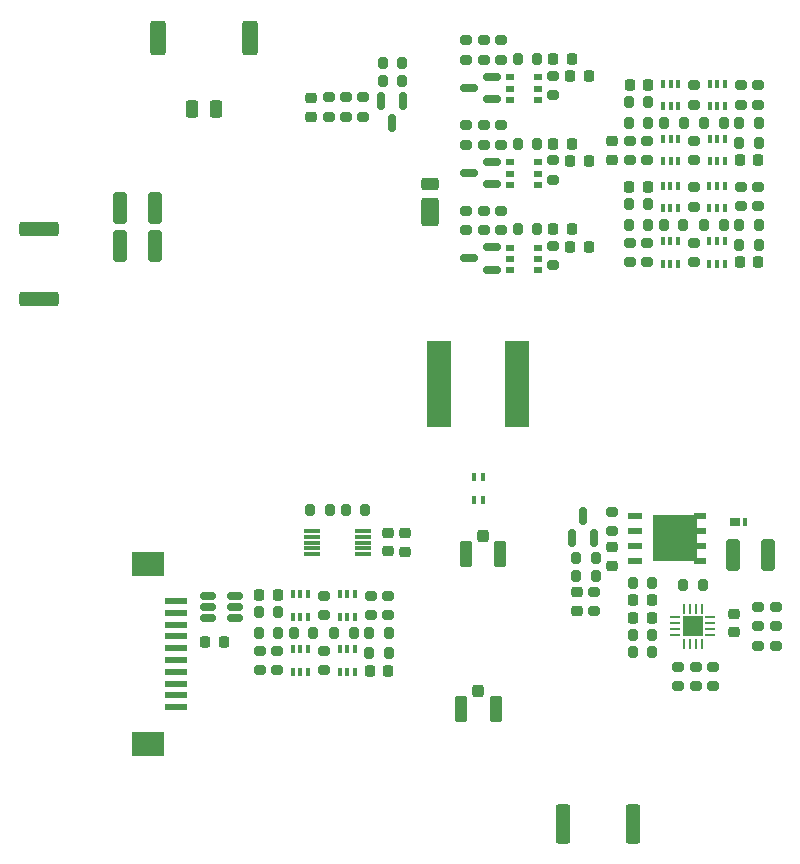
<source format=gbr>
%TF.GenerationSoftware,KiCad,Pcbnew,9.0.1*%
%TF.CreationDate,2025-06-24T16:02:31-04:00*%
%TF.ProjectId,-Z,2d5a2e6b-6963-4616-945f-706362585858,rev?*%
%TF.SameCoordinates,Original*%
%TF.FileFunction,Paste,Bot*%
%TF.FilePolarity,Positive*%
%FSLAX46Y46*%
G04 Gerber Fmt 4.6, Leading zero omitted, Abs format (unit mm)*
G04 Created by KiCad (PCBNEW 9.0.1) date 2025-06-24 16:02:31*
%MOMM*%
%LPD*%
G01*
G04 APERTURE LIST*
G04 Aperture macros list*
%AMRoundRect*
0 Rectangle with rounded corners*
0 $1 Rounding radius*
0 $2 $3 $4 $5 $6 $7 $8 $9 X,Y pos of 4 corners*
0 Add a 4 corners polygon primitive as box body*
4,1,4,$2,$3,$4,$5,$6,$7,$8,$9,$2,$3,0*
0 Add four circle primitives for the rounded corners*
1,1,$1+$1,$2,$3*
1,1,$1+$1,$4,$5*
1,1,$1+$1,$6,$7*
1,1,$1+$1,$8,$9*
0 Add four rect primitives between the rounded corners*
20,1,$1+$1,$2,$3,$4,$5,0*
20,1,$1+$1,$4,$5,$6,$7,0*
20,1,$1+$1,$6,$7,$8,$9,0*
20,1,$1+$1,$8,$9,$2,$3,0*%
G04 Aperture macros list end*
%ADD10RoundRect,0.225000X0.225000X0.250000X-0.225000X0.250000X-0.225000X-0.250000X0.225000X-0.250000X0*%
%ADD11RoundRect,0.200000X-0.275000X0.200000X-0.275000X-0.200000X0.275000X-0.200000X0.275000X0.200000X0*%
%ADD12R,0.700000X0.510000*%
%ADD13RoundRect,0.200000X0.275000X-0.200000X0.275000X0.200000X-0.275000X0.200000X-0.275000X-0.200000X0*%
%ADD14RoundRect,0.218750X-0.256250X0.218750X-0.256250X-0.218750X0.256250X-0.218750X0.256250X0.218750X0*%
%ADD15R,2.000000X7.400000*%
%ADD16RoundRect,0.250000X-0.250000X0.275000X-0.250000X-0.275000X0.250000X-0.275000X0.250000X0.275000X0*%
%ADD17RoundRect,0.250000X-0.275000X0.850000X-0.275000X-0.850000X0.275000X-0.850000X0.275000X0.850000X0*%
%ADD18RoundRect,0.200000X0.200000X0.275000X-0.200000X0.275000X-0.200000X-0.275000X0.200000X-0.275000X0*%
%ADD19RoundRect,0.218750X-0.218750X-0.256250X0.218750X-0.256250X0.218750X0.256250X-0.218750X0.256250X0*%
%ADD20RoundRect,0.100000X0.100000X-0.225000X0.100000X0.225000X-0.100000X0.225000X-0.100000X-0.225000X0*%
%ADD21RoundRect,0.218750X0.218750X0.256250X-0.218750X0.256250X-0.218750X-0.256250X0.218750X-0.256250X0*%
%ADD22RoundRect,0.200000X-0.200000X-0.275000X0.200000X-0.275000X0.200000X0.275000X-0.200000X0.275000X0*%
%ADD23RoundRect,0.225000X0.250000X-0.225000X0.250000X0.225000X-0.250000X0.225000X-0.250000X-0.225000X0*%
%ADD24R,1.422400X0.304800*%
%ADD25RoundRect,0.100000X-0.100000X0.225000X-0.100000X-0.225000X0.100000X-0.225000X0.100000X0.225000X0*%
%ADD26RoundRect,0.250000X-0.300000X-0.475000X0.300000X-0.475000X0.300000X0.475000X-0.300000X0.475000X0*%
%ADD27RoundRect,0.250000X-0.425000X-1.200000X0.425000X-1.200000X0.425000X1.200000X-0.425000X1.200000X0*%
%ADD28RoundRect,0.218750X0.256250X-0.218750X0.256250X0.218750X-0.256250X0.218750X-0.256250X-0.218750X0*%
%ADD29RoundRect,0.150000X0.150000X-0.587500X0.150000X0.587500X-0.150000X0.587500X-0.150000X-0.587500X0*%
%ADD30RoundRect,0.225000X-0.225000X-0.250000X0.225000X-0.250000X0.225000X0.250000X-0.225000X0.250000X0*%
%ADD31RoundRect,0.225000X-0.250000X0.225000X-0.250000X-0.225000X0.250000X-0.225000X0.250000X0.225000X0*%
%ADD32R,1.900000X0.600000*%
%ADD33R,2.800000X2.100000*%
%ADD34RoundRect,0.250000X0.325000X1.100000X-0.325000X1.100000X-0.325000X-1.100000X0.325000X-1.100000X0*%
%ADD35RoundRect,0.250000X-1.425000X0.362500X-1.425000X-0.362500X1.425000X-0.362500X1.425000X0.362500X0*%
%ADD36RoundRect,0.250000X0.362500X1.425000X-0.362500X1.425000X-0.362500X-1.425000X0.362500X-1.425000X0*%
%ADD37RoundRect,0.150000X0.587500X0.150000X-0.587500X0.150000X-0.587500X-0.150000X0.587500X-0.150000X0*%
%ADD38R,1.270000X0.610000*%
%ADD39R,3.810000X3.910000*%
%ADD40R,1.020000X0.610000*%
%ADD41RoundRect,0.150000X-0.512500X-0.150000X0.512500X-0.150000X0.512500X0.150000X-0.512500X0.150000X0*%
%ADD42R,0.400000X0.750000*%
%ADD43RoundRect,0.250000X-0.325000X-1.100000X0.325000X-1.100000X0.325000X1.100000X-0.325000X1.100000X0*%
%ADD44RoundRect,0.150000X-0.150000X0.587500X-0.150000X-0.587500X0.150000X-0.587500X0.150000X0.587500X0*%
%ADD45RoundRect,0.075000X-0.390000X-0.275000X0.390000X-0.275000X0.390000X0.275000X-0.390000X0.275000X0*%
%ADD46RoundRect,0.075000X-0.075000X-0.275000X0.075000X-0.275000X0.075000X0.275000X-0.075000X0.275000X0*%
%ADD47R,0.254000X0.812800*%
%ADD48R,0.812800X0.254000*%
%ADD49R,1.752600X1.752600*%
%ADD50RoundRect,0.250000X-0.500000X0.950000X-0.500000X-0.950000X0.500000X-0.950000X0.500000X0.950000X0*%
%ADD51RoundRect,0.250000X-0.500000X0.275000X-0.500000X-0.275000X0.500000X-0.275000X0.500000X0.275000X0*%
G04 APERTURE END LIST*
D10*
%TO.C,C11*%
X147008600Y-117868399D03*
X145458600Y-117868399D03*
%TD*%
D11*
%TO.C,R68*%
X154894999Y-117907000D03*
X154894999Y-119557000D03*
%TD*%
D12*
%TO.C,Q11*%
X166700801Y-90358200D03*
X166700801Y-89408200D03*
X166700801Y-88458200D03*
X169020801Y-88458200D03*
X169020801Y-89408200D03*
X169020801Y-90358200D03*
%TD*%
D13*
%TO.C,R33*%
X162984001Y-86982000D03*
X162984001Y-85332000D03*
%TD*%
D14*
%TO.C,D6*%
X172339000Y-117625199D03*
X172339000Y-119200201D03*
%TD*%
D15*
%TO.C,AE2*%
X160700000Y-99999800D03*
%TD*%
D11*
%TO.C,R52*%
X187672802Y-83286800D03*
X187672802Y-84936800D03*
%TD*%
%TO.C,R25*%
X165930401Y-78092999D03*
X165930401Y-79742999D03*
%TD*%
D16*
%TO.C,J4*%
X164000001Y-125972599D03*
D17*
X165475001Y-127497599D03*
X162525001Y-127497599D03*
%TD*%
D15*
%TO.C,AE1*%
X167300000Y-99999800D03*
%TD*%
D18*
%TO.C,R75*%
X156416200Y-121068800D03*
X154766200Y-121068800D03*
%TD*%
D19*
%TO.C,F2*%
X170324500Y-72466400D03*
X171899502Y-72466400D03*
%TD*%
D20*
%TO.C,Q15*%
X180906000Y-85112600D03*
X180256000Y-85112599D03*
X179606000Y-85112600D03*
X179606000Y-83212600D03*
X180256000Y-83212601D03*
X180906000Y-83212600D03*
%TD*%
D18*
%TO.C,R51*%
X178735202Y-122707598D03*
X177085202Y-122707598D03*
%TD*%
D13*
%TO.C,R46*%
X189175400Y-122147802D03*
X189175400Y-120497802D03*
%TD*%
D11*
%TO.C,R66*%
X156353200Y-117906999D03*
X156353200Y-119556999D03*
%TD*%
D21*
%TO.C,D5*%
X173372701Y-88366800D03*
X171797699Y-88366800D03*
%TD*%
D13*
%TO.C,R20*%
X164457200Y-72554799D03*
X164457200Y-70904799D03*
%TD*%
D18*
%TO.C,R64*%
X151413800Y-110667999D03*
X149763800Y-110667999D03*
%TD*%
D13*
%TO.C,R47*%
X187702199Y-120497801D03*
X187702199Y-118847801D03*
%TD*%
D22*
%TO.C,R7*%
X176753601Y-76134200D03*
X178403601Y-76134200D03*
%TD*%
%TO.C,R6*%
X176753600Y-77861399D03*
X178403600Y-77861399D03*
%TD*%
D23*
%TO.C,C10*%
X156329201Y-114160800D03*
X156329201Y-112610800D03*
%TD*%
D24*
%TO.C,U4*%
X149941101Y-114411201D03*
X149941101Y-113911199D03*
X149941101Y-113411200D03*
X149941101Y-112911201D03*
X149941101Y-112411199D03*
X154233701Y-112411199D03*
X154233701Y-112911201D03*
X154233701Y-113411200D03*
X154233701Y-113911199D03*
X154233701Y-114411201D03*
%TD*%
D25*
%TO.C,Q21*%
X152248800Y-122455599D03*
X152898800Y-122455600D03*
X153548800Y-122455599D03*
X153548800Y-124355599D03*
X152898800Y-124355598D03*
X152248800Y-124355599D03*
%TD*%
D26*
%TO.C,J2*%
X139780800Y-76675398D03*
X141780800Y-76675398D03*
D27*
X136885800Y-70680399D03*
X144675800Y-70680399D03*
%TD*%
D12*
%TO.C,Q9*%
X166700801Y-83119200D03*
X166700801Y-82169200D03*
X166700801Y-81219200D03*
X169020801Y-81219200D03*
X169020801Y-82169200D03*
X169020801Y-83119200D03*
%TD*%
D13*
%TO.C,R15*%
X152798600Y-77380800D03*
X152798600Y-75730800D03*
%TD*%
%TO.C,R60*%
X178274801Y-89661200D03*
X178274801Y-88011200D03*
%TD*%
D28*
%TO.C,F1*%
X175353801Y-80985700D03*
X175353801Y-79410698D03*
%TD*%
D13*
%TO.C,R27*%
X162984001Y-79743000D03*
X162984001Y-78093000D03*
%TD*%
D29*
%TO.C,Q12*%
X173828701Y-113025600D03*
X171928701Y-113025600D03*
X172878701Y-111150600D03*
%TD*%
D21*
%TO.C,D3*%
X173347301Y-73939599D03*
X171772299Y-73939599D03*
%TD*%
D28*
%TO.C,D2*%
X149852200Y-77343300D03*
X149852200Y-75768298D03*
%TD*%
D11*
%TO.C,R37*%
X173812200Y-117589800D03*
X173812200Y-119239800D03*
%TD*%
D13*
%TO.C,R21*%
X162984001Y-72554800D03*
X162984001Y-70904800D03*
%TD*%
D10*
%TO.C,C2*%
X178353600Y-74661000D03*
X176803600Y-74661000D03*
%TD*%
D11*
%TO.C,R19*%
X165930401Y-70904799D03*
X165930401Y-72554799D03*
%TD*%
D28*
%TO.C,F6*%
X157802401Y-114173300D03*
X157802401Y-112598298D03*
%TD*%
D22*
%TO.C,R38*%
X172276000Y-116202900D03*
X173926000Y-116202900D03*
%TD*%
D20*
%TO.C,Q20*%
X149586399Y-124355599D03*
X148936399Y-124355598D03*
X148286399Y-124355599D03*
X148286399Y-122455599D03*
X148936399Y-122455600D03*
X149586399Y-122455599D03*
%TD*%
D19*
%TO.C,F4*%
X170324500Y-86893600D03*
X171899502Y-86893600D03*
%TD*%
D10*
%TO.C,C9*%
X178685199Y-119761200D03*
X177135199Y-119761200D03*
%TD*%
D30*
%TO.C,C7*%
X186135800Y-89699799D03*
X187685800Y-89699799D03*
%TD*%
D18*
%TO.C,R4*%
X181375400Y-77861399D03*
X179725400Y-77861399D03*
%TD*%
%TO.C,R18*%
X157535201Y-72847400D03*
X155885201Y-72847400D03*
%TD*%
D22*
%TO.C,R73*%
X151794400Y-121068799D03*
X153444400Y-121068799D03*
%TD*%
D18*
%TO.C,R67*%
X150040799Y-121068800D03*
X148390799Y-121068800D03*
%TD*%
D16*
%TO.C,J3*%
X164400001Y-112866200D03*
D17*
X165875001Y-114391200D03*
X162925001Y-114391200D03*
%TD*%
D20*
%TO.C,Q3*%
X180921001Y-81148200D03*
X180271001Y-81148199D03*
X179621001Y-81148200D03*
X179621001Y-79248200D03*
X180271001Y-79248201D03*
X180921001Y-79248200D03*
%TD*%
D31*
%TO.C,C5*%
X185670201Y-119468799D03*
X185670201Y-121018799D03*
%TD*%
D32*
%TO.C,J1*%
X138398801Y-127359990D03*
X138398801Y-126359990D03*
X138398801Y-125359990D03*
X138398801Y-124359990D03*
X138398801Y-123359991D03*
X138398801Y-122359991D03*
X138398801Y-121359990D03*
X138398801Y-120359990D03*
X138398801Y-119359990D03*
X138398801Y-118359990D03*
D33*
X136048801Y-130509990D03*
X136048801Y-115210010D03*
%TD*%
D19*
%TO.C,F3*%
X170324500Y-79654600D03*
X171899502Y-79654600D03*
%TD*%
D18*
%TO.C,R76*%
X156416199Y-122795999D03*
X154766199Y-122795999D03*
%TD*%
D22*
%TO.C,R28*%
X167315201Y-79654600D03*
X168965201Y-79654600D03*
%TD*%
%TO.C,R41*%
X181340000Y-116992601D03*
X182990000Y-116992601D03*
%TD*%
D13*
%TO.C,R71*%
X150917599Y-119556999D03*
X150917599Y-117906999D03*
%TD*%
D22*
%TO.C,R17*%
X155885201Y-74320600D03*
X157535201Y-74320600D03*
%TD*%
D20*
%TO.C,Q19*%
X149586399Y-119681999D03*
X148936399Y-119681998D03*
X148286399Y-119681999D03*
X148286399Y-117781999D03*
X148936399Y-117782000D03*
X149586399Y-117781999D03*
%TD*%
D10*
%TO.C,C6*%
X178338600Y-83299000D03*
X176788600Y-83299000D03*
%TD*%
D11*
%TO.C,R5*%
X186214600Y-74699599D03*
X186214600Y-76349599D03*
%TD*%
D34*
%TO.C,C14*%
X136646001Y-85115600D03*
X133695999Y-85115600D03*
%TD*%
D10*
%TO.C,C8*%
X178685202Y-118288003D03*
X177135202Y-118288003D03*
%TD*%
D22*
%TO.C,R65*%
X152761001Y-110668000D03*
X154411001Y-110668000D03*
%TD*%
D35*
%TO.C,R30*%
X126789000Y-86877500D03*
X126789000Y-92802500D03*
%TD*%
D11*
%TO.C,R3*%
X187687802Y-74699599D03*
X187687802Y-76349599D03*
%TD*%
D22*
%TO.C,R56*%
X176738600Y-84772199D03*
X178388600Y-84772199D03*
%TD*%
D13*
%TO.C,R9*%
X176816600Y-81023200D03*
X176816600Y-79373200D03*
%TD*%
D25*
%TO.C,Q1*%
X183583400Y-74574599D03*
X184233400Y-74574600D03*
X184883400Y-74574599D03*
X184883400Y-76474599D03*
X184233400Y-76474598D03*
X183583400Y-76474599D03*
%TD*%
D13*
%TO.C,R11*%
X178289801Y-81023200D03*
X178289801Y-79373200D03*
%TD*%
D18*
%TO.C,R13*%
X187750801Y-79603799D03*
X186100801Y-79603799D03*
%TD*%
D12*
%TO.C,Q7*%
X166700801Y-75931000D03*
X166700801Y-74981000D03*
X166700801Y-74031000D03*
X169020801Y-74031000D03*
X169020801Y-74981000D03*
X169020801Y-75931000D03*
%TD*%
D21*
%TO.C,D4*%
X173347301Y-81127799D03*
X171772299Y-81127799D03*
%TD*%
D25*
%TO.C,Q18*%
X152248800Y-117781999D03*
X152898800Y-117782000D03*
X153548800Y-117781999D03*
X153548800Y-119681999D03*
X152898800Y-119681998D03*
X152248800Y-119681999D03*
%TD*%
D36*
%TO.C,R24*%
X177122501Y-137211000D03*
X171197501Y-137211000D03*
%TD*%
D13*
%TO.C,R8*%
X182252200Y-76349599D03*
X182252200Y-74699599D03*
%TD*%
D11*
%TO.C,R31*%
X165930401Y-85331999D03*
X165930401Y-86981999D03*
%TD*%
D25*
%TO.C,Q17*%
X183568400Y-87886199D03*
X184218400Y-87886200D03*
X184868400Y-87886199D03*
X184868400Y-89786199D03*
X184218400Y-89786198D03*
X183568400Y-89786199D03*
%TD*%
D13*
%TO.C,R48*%
X187702201Y-122147802D03*
X187702201Y-120497802D03*
%TD*%
%TO.C,R29*%
X170350000Y-82689400D03*
X170350000Y-81039400D03*
%TD*%
%TO.C,R32*%
X164457200Y-86981999D03*
X164457200Y-85331999D03*
%TD*%
D22*
%TO.C,R22*%
X167315201Y-72466400D03*
X168965201Y-72466400D03*
%TD*%
D11*
%TO.C,R16*%
X154271800Y-75730799D03*
X154271800Y-77380799D03*
%TD*%
%TO.C,R40*%
X175308400Y-110791599D03*
X175308400Y-112441599D03*
%TD*%
%TO.C,R14*%
X182252201Y-79373200D03*
X182252201Y-81023200D03*
%TD*%
D37*
%TO.C,Q8*%
X165115300Y-81168399D03*
X165115300Y-83068399D03*
X163240300Y-82118399D03*
%TD*%
D38*
%TO.C,Q13*%
X177298400Y-114960600D03*
X177298401Y-113690600D03*
X177298401Y-112420600D03*
X177298400Y-111150600D03*
D39*
X180658401Y-113055600D03*
D40*
X182763401Y-111150600D03*
X182763401Y-112420600D03*
X182763401Y-113690600D03*
X182763401Y-114960600D03*
%TD*%
D11*
%TO.C,R63*%
X182237201Y-88011200D03*
X182237201Y-89661200D03*
%TD*%
D13*
%TO.C,R44*%
X183892202Y-125590000D03*
X183892202Y-123940000D03*
%TD*%
D37*
%TO.C,Q10*%
X165115300Y-88407399D03*
X165115300Y-90307399D03*
X163240300Y-89357399D03*
%TD*%
D41*
%TO.C,U5*%
X141114601Y-119796799D03*
X141114601Y-118846800D03*
X141114601Y-117896801D03*
X143389601Y-117896801D03*
X143389601Y-118846800D03*
X143389601Y-119796799D03*
%TD*%
D34*
%TO.C,C15*%
X136646002Y-88324199D03*
X133696000Y-88324199D03*
%TD*%
D13*
%TO.C,R78*%
X151325401Y-77380799D03*
X151325401Y-75730799D03*
%TD*%
D25*
%TO.C,Q14*%
X183568400Y-83212600D03*
X184218400Y-83212601D03*
X184868400Y-83212600D03*
X184868400Y-85112600D03*
X184218400Y-85112599D03*
X183568400Y-85112600D03*
%TD*%
D13*
%TO.C,R23*%
X170350000Y-75526599D03*
X170350000Y-73876599D03*
%TD*%
D18*
%TO.C,R61*%
X187735800Y-86499400D03*
X186085800Y-86499400D03*
%TD*%
D42*
%TO.C,BA1*%
X164400001Y-109835399D03*
X163600001Y-109835399D03*
X163600001Y-107885399D03*
X164400001Y-107885399D03*
%TD*%
D43*
%TO.C,C4*%
X185557767Y-114470275D03*
X188507769Y-114470275D03*
%TD*%
D14*
%TO.C,F5*%
X175308401Y-113800899D03*
X175308401Y-115375901D03*
%TD*%
D13*
%TO.C,R57*%
X182237200Y-84987600D03*
X182237200Y-83337600D03*
%TD*%
D22*
%TO.C,R50*%
X177085199Y-121234400D03*
X178735199Y-121234400D03*
%TD*%
%TO.C,R69*%
X145419000Y-121068799D03*
X147069000Y-121068799D03*
%TD*%
%TO.C,R34*%
X167315201Y-86893600D03*
X168965201Y-86893600D03*
%TD*%
D18*
%TO.C,R39*%
X173932303Y-114729701D03*
X172282303Y-114729701D03*
%TD*%
D44*
%TO.C,Q5*%
X155760201Y-76050099D03*
X157660201Y-76050099D03*
X156710201Y-77925099D03*
%TD*%
D25*
%TO.C,Q4*%
X183583401Y-79248200D03*
X184233401Y-79248201D03*
X184883401Y-79248200D03*
X184883401Y-81148200D03*
X184233401Y-81148199D03*
X183583401Y-81148200D03*
%TD*%
D20*
%TO.C,Q16*%
X180906001Y-89786200D03*
X180256001Y-89786199D03*
X179606001Y-89786200D03*
X179606001Y-87886200D03*
X180256001Y-87886201D03*
X180906001Y-87886200D03*
%TD*%
D13*
%TO.C,R45*%
X189175398Y-120497801D03*
X189175398Y-118847801D03*
%TD*%
%TO.C,R72*%
X145482000Y-124230600D03*
X145482000Y-122580600D03*
%TD*%
D22*
%TO.C,R70*%
X145408600Y-119331400D03*
X147058600Y-119331400D03*
%TD*%
D18*
%TO.C,R49*%
X178735199Y-116814802D03*
X177085199Y-116814802D03*
%TD*%
D13*
%TO.C,R74*%
X146955200Y-124230600D03*
X146955200Y-122580600D03*
%TD*%
D20*
%TO.C,Q2*%
X180921001Y-76474600D03*
X180271001Y-76474599D03*
X179621001Y-76474600D03*
X179621001Y-74574600D03*
X180271001Y-74574601D03*
X180921001Y-74574600D03*
%TD*%
D30*
%TO.C,C12*%
X154816199Y-124269200D03*
X156366199Y-124269200D03*
%TD*%
D18*
%TO.C,R62*%
X187735800Y-88226599D03*
X186085800Y-88226599D03*
%TD*%
D22*
%TO.C,R59*%
X183114000Y-86499400D03*
X184764000Y-86499400D03*
%TD*%
D30*
%TO.C,C3*%
X186150800Y-81061799D03*
X187700800Y-81061799D03*
%TD*%
D11*
%TO.C,R42*%
X180945800Y-123940002D03*
X180945800Y-125590002D03*
%TD*%
D13*
%TO.C,R26*%
X164457200Y-79742999D03*
X164457200Y-78092999D03*
%TD*%
D22*
%TO.C,R55*%
X176738600Y-86499399D03*
X178388600Y-86499399D03*
%TD*%
D37*
%TO.C,Q6*%
X165115300Y-73980199D03*
X165115300Y-75880199D03*
X163240300Y-74930199D03*
%TD*%
D13*
%TO.C,R58*%
X176801600Y-89661200D03*
X176801600Y-88011200D03*
%TD*%
%TO.C,R43*%
X182419001Y-125590000D03*
X182419001Y-123940000D03*
%TD*%
D45*
%TO.C,D7*%
X185706369Y-111676275D03*
D46*
X186591368Y-111676275D03*
%TD*%
D11*
%TO.C,R77*%
X150917599Y-122580599D03*
X150917599Y-124230599D03*
%TD*%
D47*
%TO.C,U3*%
X181414999Y-119024599D03*
X181915000Y-119024599D03*
X182415000Y-119024599D03*
X182915001Y-119024599D03*
D48*
X183638200Y-119747798D03*
X183638200Y-120247799D03*
X183638200Y-120747799D03*
X183638200Y-121247800D03*
D47*
X182915001Y-121970999D03*
X182415000Y-121970999D03*
X181915000Y-121970999D03*
X181414999Y-121970999D03*
D48*
X180691800Y-121247800D03*
X180691800Y-120747799D03*
X180691800Y-120247799D03*
X180691800Y-119747798D03*
D49*
X182165000Y-120497799D03*
%TD*%
D30*
%TO.C,C13*%
X140873001Y-121869400D03*
X142423001Y-121869400D03*
%TD*%
D18*
%TO.C,R53*%
X181360401Y-86499399D03*
X179710401Y-86499399D03*
%TD*%
D11*
%TO.C,R54*%
X186199600Y-83286800D03*
X186199600Y-84936800D03*
%TD*%
D13*
%TO.C,R35*%
X170350001Y-89941600D03*
X170350001Y-88291600D03*
%TD*%
D50*
%TO.C,D1*%
X159910601Y-85457600D03*
D51*
X159910601Y-83082600D03*
%TD*%
D22*
%TO.C,R10*%
X183129000Y-77861400D03*
X184779000Y-77861400D03*
%TD*%
D18*
%TO.C,R12*%
X187750800Y-77861400D03*
X186100800Y-77861400D03*
%TD*%
M02*

</source>
